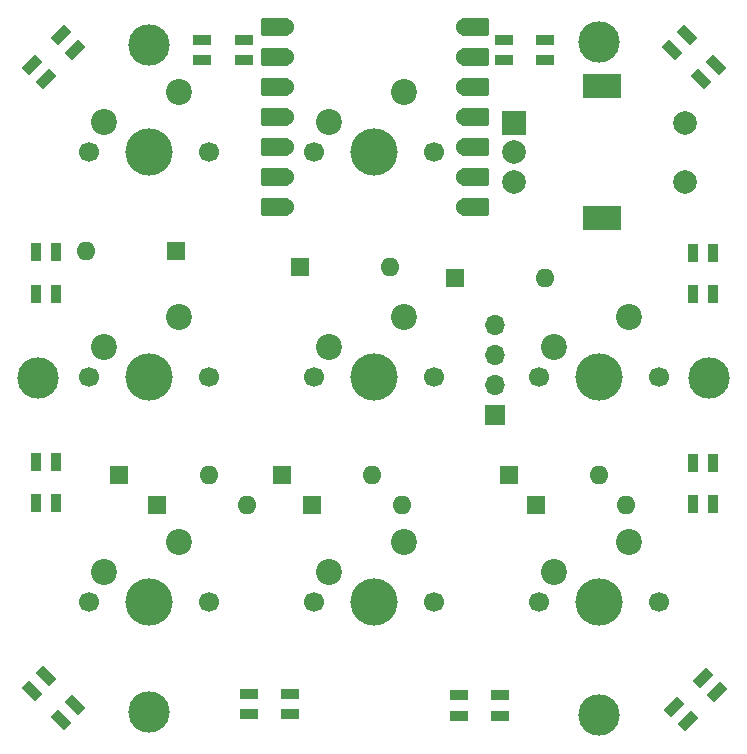
<source format=gbr>
%TF.GenerationSoftware,KiCad,Pcbnew,9.0.3*%
%TF.CreationDate,2025-07-24T19:08:26+05:30*%
%TF.ProjectId,hackpad,6861636b-7061-4642-9e6b-696361645f70,rev?*%
%TF.SameCoordinates,Original*%
%TF.FileFunction,Soldermask,Bot*%
%TF.FilePolarity,Negative*%
%FSLAX46Y46*%
G04 Gerber Fmt 4.6, Leading zero omitted, Abs format (unit mm)*
G04 Created by KiCad (PCBNEW 9.0.3) date 2025-07-24 19:08:26*
%MOMM*%
%LPD*%
G01*
G04 APERTURE LIST*
G04 Aperture macros list*
%AMRoundRect*
0 Rectangle with rounded corners*
0 $1 Rounding radius*
0 $2 $3 $4 $5 $6 $7 $8 $9 X,Y pos of 4 corners*
0 Add a 4 corners polygon primitive as box body*
4,1,4,$2,$3,$4,$5,$6,$7,$8,$9,$2,$3,0*
0 Add four circle primitives for the rounded corners*
1,1,$1+$1,$2,$3*
1,1,$1+$1,$4,$5*
1,1,$1+$1,$6,$7*
1,1,$1+$1,$8,$9*
0 Add four rect primitives between the rounded corners*
20,1,$1+$1,$2,$3,$4,$5,0*
20,1,$1+$1,$4,$5,$6,$7,0*
20,1,$1+$1,$6,$7,$8,$9,0*
20,1,$1+$1,$8,$9,$2,$3,0*%
%AMRotRect*
0 Rectangle, with rotation*
0 The origin of the aperture is its center*
0 $1 length*
0 $2 width*
0 $3 Rotation angle, in degrees counterclockwise*
0 Add horizontal line*
21,1,$1,$2,0,0,$3*%
G04 Aperture macros list end*
%ADD10C,3.500000*%
%ADD11C,1.700000*%
%ADD12C,4.000000*%
%ADD13C,2.200000*%
%ADD14R,2.000000X2.000000*%
%ADD15C,2.000000*%
%ADD16R,3.200000X2.000000*%
%ADD17R,1.600000X1.600000*%
%ADD18O,1.600000X1.600000*%
%ADD19R,0.850000X1.600000*%
%ADD20RotRect,1.600000X0.850000X225.000000*%
%ADD21R,1.600000X0.850000*%
%ADD22RoundRect,0.152400X-1.063600X-0.609600X1.063600X-0.609600X1.063600X0.609600X-1.063600X0.609600X0*%
%ADD23C,1.524000*%
%ADD24RoundRect,0.152400X1.063600X0.609600X-1.063600X0.609600X-1.063600X-0.609600X1.063600X-0.609600X0*%
%ADD25R,1.700000X1.700000*%
%ADD26O,1.700000X1.700000*%
%ADD27RotRect,1.600000X0.850000X45.000000*%
%ADD28RotRect,1.600000X0.850000X135.000000*%
%ADD29RotRect,1.600000X0.850000X315.000000*%
G04 APERTURE END LIST*
D10*
%TO.C,REF\u002A\u002A*%
X166422000Y-128791661D03*
%TD*%
D11*
%TO.C,SW4*%
X123230000Y-100156500D03*
D12*
X128310000Y-100156500D03*
D11*
X133390000Y-100156500D03*
D13*
X130850000Y-95076500D03*
X124500000Y-97616500D03*
%TD*%
D14*
%TO.C,SW3*%
X159160000Y-78606500D03*
D15*
X159160000Y-83606500D03*
X159160000Y-81106500D03*
D16*
X166660000Y-75506500D03*
X166660000Y-86706500D03*
D15*
X173660000Y-83606500D03*
X173660000Y-78606500D03*
%TD*%
D11*
%TO.C,SW1*%
X123230000Y-81106500D03*
D12*
X128310000Y-81106500D03*
D11*
X133390000Y-81106500D03*
D13*
X130850000Y-76026500D03*
X124500000Y-78566500D03*
%TD*%
D11*
%TO.C,SW9*%
X161330000Y-119206500D03*
D12*
X166410000Y-119206500D03*
D11*
X171490000Y-119206500D03*
D13*
X168950000Y-114126500D03*
X162600000Y-116666500D03*
%TD*%
D10*
%TO.C,REF\u002A\u002A*%
X118922000Y-100266661D03*
%TD*%
D11*
%TO.C,SW7*%
X123230000Y-119206500D03*
D12*
X128310000Y-119206500D03*
D11*
X133390000Y-119206500D03*
D13*
X130850000Y-114126500D03*
X124500000Y-116666500D03*
%TD*%
D10*
%TO.C,REF\u002A\u002A*%
X175672000Y-100266661D03*
%TD*%
D11*
%TO.C,SW2*%
X142280000Y-81106500D03*
D12*
X147360000Y-81106500D03*
D11*
X152440000Y-81106500D03*
D13*
X149900000Y-76026500D03*
X143550000Y-78566500D03*
%TD*%
D10*
%TO.C,REF\u002A\u002A*%
X128285000Y-72016661D03*
%TD*%
D11*
%TO.C,SW5*%
X142280000Y-100156500D03*
D12*
X147360000Y-100156500D03*
D11*
X152440000Y-100156500D03*
D13*
X149900000Y-95076500D03*
X143550000Y-97616500D03*
%TD*%
D11*
%TO.C,SW8*%
X142280000Y-119206500D03*
D12*
X147360000Y-119206500D03*
D11*
X152440000Y-119206500D03*
D13*
X149900000Y-114126500D03*
X143550000Y-116666500D03*
%TD*%
D11*
%TO.C,SW6*%
X161330000Y-100156500D03*
D12*
X166410000Y-100156500D03*
D11*
X171490000Y-100156500D03*
D13*
X168950000Y-95076500D03*
X162600000Y-97616500D03*
%TD*%
D10*
%TO.C,REF\u002A\u002A*%
X166422000Y-71766661D03*
%TD*%
%TO.C,REF\u002A\u002A*%
X128285000Y-128516661D03*
%TD*%
D17*
%TO.C,D7*%
X128932000Y-110951500D03*
D18*
X136552000Y-110951500D03*
%TD*%
D19*
%TO.C,D20*%
X118677000Y-107323653D03*
X120427000Y-107323653D03*
X120427000Y-110823653D03*
X118677000Y-110823653D03*
%TD*%
D17*
%TO.C,D8*%
X142052000Y-110951500D03*
D18*
X149672000Y-110951500D03*
%TD*%
D17*
%TO.C,D2*%
X141100000Y-90800000D03*
D18*
X148720000Y-90800000D03*
%TD*%
D20*
%TO.C,D10*%
X120814563Y-71214063D03*
X122052000Y-72451500D03*
X119577127Y-74926373D03*
X118339690Y-73688936D03*
%TD*%
D17*
%TO.C,D6*%
X158742000Y-108451500D03*
D18*
X166362000Y-108451500D03*
%TD*%
D19*
%TO.C,D15*%
X176052000Y-110902797D03*
X174302000Y-110902797D03*
X174302000Y-107402797D03*
X176052000Y-107402797D03*
%TD*%
D17*
%TO.C,D5*%
X139552000Y-108451500D03*
D18*
X147172000Y-108451500D03*
%TD*%
D21*
%TO.C,D18*%
X136736171Y-128701500D03*
X136736171Y-126951500D03*
X140236171Y-126951500D03*
X140236171Y-128701500D03*
%TD*%
D22*
%TO.C,U1*%
X155875000Y-70500000D03*
D23*
X155040000Y-70500000D03*
D22*
X155875000Y-73040000D03*
D23*
X155040000Y-73040000D03*
D22*
X155875000Y-75580000D03*
D23*
X155040000Y-75580000D03*
D22*
X155875000Y-78120000D03*
D23*
X155040000Y-78120000D03*
D22*
X155875000Y-80660000D03*
D23*
X155040000Y-80660000D03*
D22*
X155875000Y-83200000D03*
D23*
X155040000Y-83200000D03*
D22*
X155875000Y-85740000D03*
D23*
X155040000Y-85740000D03*
X139800000Y-85740000D03*
D24*
X138965000Y-85740000D03*
D23*
X139800000Y-83200000D03*
D24*
X138965000Y-83200000D03*
D23*
X139800000Y-80660000D03*
D24*
X138965000Y-80660000D03*
D23*
X139800000Y-78120000D03*
D24*
X138965000Y-78120000D03*
D23*
X139800000Y-75580000D03*
D24*
X138965000Y-75580000D03*
D23*
X139800000Y-73040000D03*
D24*
X138965000Y-73040000D03*
D23*
X139800000Y-70500000D03*
D24*
X138965000Y-70500000D03*
%TD*%
D25*
%TO.C,OL1*%
X157552000Y-103324000D03*
D26*
X157552000Y-100784000D03*
X157552000Y-98244000D03*
X157552000Y-95704000D03*
%TD*%
D27*
%TO.C,D16*%
X173933282Y-129307655D03*
X172695845Y-128070218D03*
X175170718Y-125595345D03*
X176408155Y-126832782D03*
%TD*%
D17*
%TO.C,D3*%
X154200000Y-91800000D03*
D18*
X161820000Y-91800000D03*
%TD*%
D21*
%TO.C,D12*%
X161802000Y-71576500D03*
X161802000Y-73326500D03*
X158302000Y-73326500D03*
X158302000Y-71576500D03*
%TD*%
D17*
%TO.C,D9*%
X161052000Y-110951500D03*
D18*
X168672000Y-110951500D03*
%TD*%
D28*
%TO.C,D13*%
X176289437Y-73688936D03*
X175052000Y-74926373D03*
X172577127Y-72451500D03*
X173814564Y-71214063D03*
%TD*%
D19*
%TO.C,D14*%
X176052000Y-93118919D03*
X174302000Y-93118919D03*
X174302000Y-89618919D03*
X176052000Y-89618919D03*
%TD*%
D17*
%TO.C,D1*%
X130552000Y-89451500D03*
D18*
X122932000Y-89451500D03*
%TD*%
D19*
%TO.C,D21*%
X118677000Y-89579347D03*
X120427000Y-89579347D03*
X120427000Y-93079347D03*
X118677000Y-93079347D03*
%TD*%
D29*
%TO.C,D19*%
X118339690Y-126714064D03*
X119577127Y-125476627D03*
X122052000Y-127951500D03*
X120814563Y-129188937D03*
%TD*%
D21*
%TO.C,D11*%
X136302000Y-71576500D03*
X136302000Y-73326500D03*
X132802000Y-73326500D03*
X132802000Y-71576500D03*
%TD*%
%TO.C,D17*%
X154511674Y-128826500D03*
X154511674Y-127076500D03*
X158011674Y-127076500D03*
X158011674Y-128826500D03*
%TD*%
D17*
%TO.C,D4*%
X125742000Y-108451500D03*
D18*
X133362000Y-108451500D03*
%TD*%
M02*

</source>
